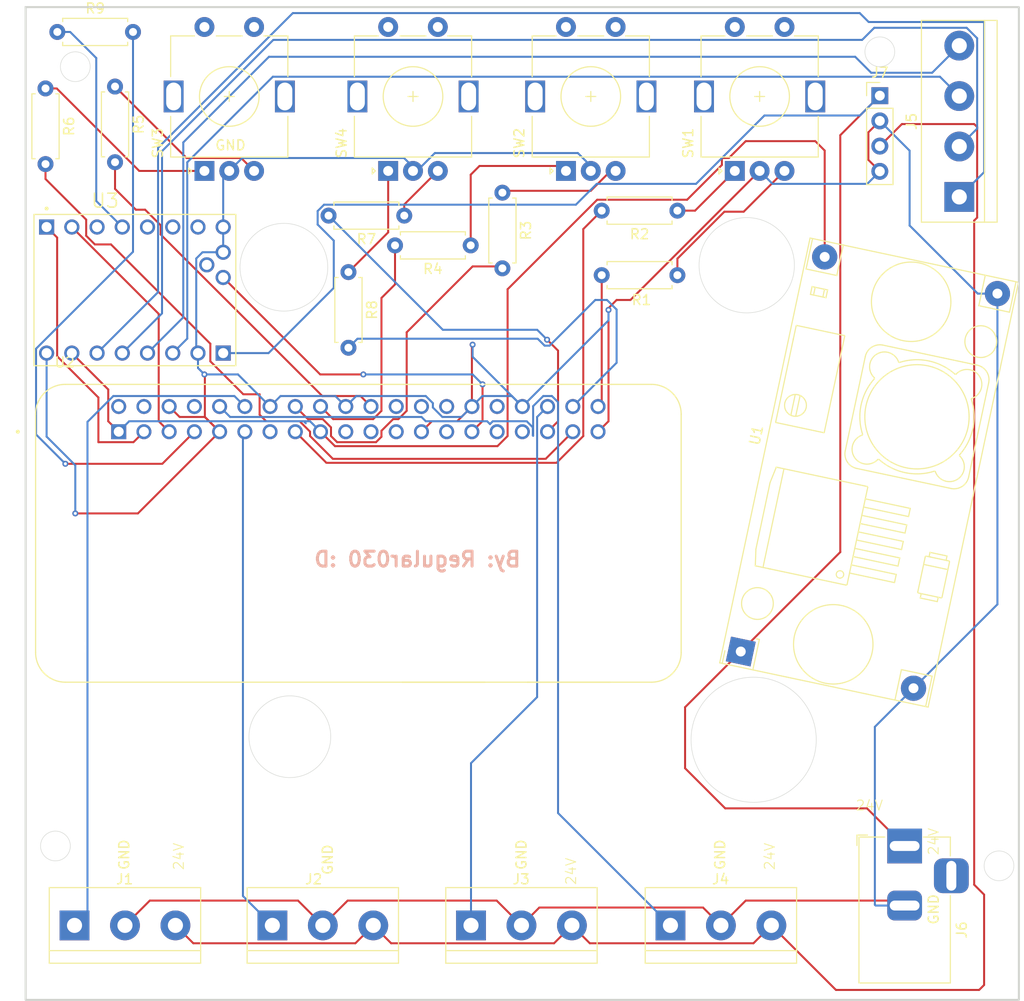
<source format=kicad_pcb>
(kicad_pcb (version 20240108) (generator "pcbnew") (generator_version "8.0")
  (layers (0 "F.Cu" signal) (31 "B.Cu" signal) (34 "B.Paste" user) (35 "F.Paste" user) (36 "B.SilkS" user "B.Silkscreen") (37 "F.SilkS" user "F.Silkscreen") (38 "B.Mask" user) (39 "F.Mask" user) (44 "Edge.Cuts" user))
  (net 0 "")
  (net 1 "Net-(R2-Pad1)")
  (net 2 "GND")
  (net 3 "Net-(R1-Pad1)")
  (net 4 "Net-(R3-Pad1)")
  (net 5 "Net-(R4-Pad1)")
  (net 6 "Net-(R6-Pad1)")
  (net 7 "Net-(R5-Pad1)")
  (net 8 "+24V")
  (net 9 "+3V3")
  (net 10 "SERVO4_SIG")
  (net 11 "SERVO3_SIG")
  (net 12 "SERVO2_SIG")
  (net 13 "SERVO1_SIG")
  (net 14 "DT3")
  (net 15 "CLK2")
  (net 16 "DT1")
  (net 17 "DT2")
  (net 18 "CLK3")
  (net 19 "CLK1")
  (net 20 "B-")
  (net 22 "B+")
  (net 32 "A+")
  (net 33 "A-")
  (net 38 "Net-(R7-Pad1)")
  (net 39 "DT4")
  (net 40 "CLK4")
  (net 41 "Net-(R8-Pad1)")
  (net 42 "+6V")
  (net 43 "STEP")
  (net 44 "DIR")
  (net 45 "UART1")
  (net 50 "Net-(U3-PDN{slash}UART1)")
  (net 51 "DIAG")
  (footprint "TerminalBlock:TerminalBlock_bornier-3_P5.08mm" (layer "F.Cu") (at 214.92 122.5)
    (property "Reference" "J4" (at 5.05 -4.65 0) (layer "F.SilkS"))
    (property "Value" "Screw_Terminal_01x03")
    (pad "1" thru_hole rect (at 0 0) (size 3 3) (drill 1.52) (layers "*.Cu" "*.Mask") (net 13 "SERVO1_SIG"))
    (pad "2" thru_hole circle (at 5.08 0) (size 3 3) (drill 1.52) (layers "*.Cu" "*.Mask") (net 2 "GND"))
    (pad "3" thru_hole circle (at 10.16 0) (size 3 3) (drill 1.52) (layers "*.Cu" "*.Mask") (net 42 "+6V"))
  )
  (footprint "Connector_BarrelJack:BarrelJack_Horizontal" (layer "F.Cu") (at 238.5 114.5 90)
    (property "Reference" "J6" (at -8.45 5.75 90) (layer "F.SilkS"))
    (property "Value" "Barrel_Jack")
    (pad "1" thru_hole rect (at 0 0 90) (size 3.5 3.5) (drill oval 1 3) (layers "*.Cu" "*.Mask") (net 8 "+24V"))
    (pad "2" thru_hole roundrect (at -6 0 90) (size 3 3.5) (drill oval 1 3) (layers "*.Cu" "*.Mask") (net 2 "GND"))
    (pad "3" thru_hole roundrect (at -3 4.7 90) (size 3.5 3.5) (drill oval 3 1) (layers "*.Cu" "*.Mask"))
  )
  (footprint "Resistor_THT:R_Axial_DIN0207_L6.3mm_D2.5mm_P7.62mm_Horizontal" (layer "F.Cu") (at 159 38 -90)
    (property "Reference" "R5" (at 3.81 -2.37 90) (layer "F.SilkS"))
    (property "Value" "10k")
    (pad "1" thru_hole circle (at 0 0 270) (size 1.6 1.6) (drill 0.8) (layers "*.Cu" "*.Mask") (net 7 "Net-(R5-Pad1)"))
    (pad "2" thru_hole oval (at 7.62 0 270) (size 1.6 1.6) (drill 0.8) (layers "*.Cu" "*.Mask") (net 14 "DT3"))
  )
  (footprint "Resistor_THT:R_Axial_DIN0207_L6.3mm_D2.5mm_P7.62mm_Horizontal" (layer "F.Cu") (at 188.12 51 180)
    (property "Reference" "R7" (at 3.81 -2.37 0) (layer "F.SilkS"))
    (property "Value" "10k")
    (pad "1" thru_hole circle (at 0 0 180) (size 1.6 1.6) (drill 0.8) (layers "*.Cu" "*.Mask") (net 38 "Net-(R7-Pad1)"))
    (pad "2" thru_hole oval (at 7.62 0 180) (size 1.6 1.6) (drill 0.8) (layers "*.Cu" "*.Mask") (net 39 "DT4"))
  )
  (footprint "TerminalBlock:TerminalBlock_bornier-3_P5.08mm" (layer "F.Cu") (at 194.84 122.5)
    (property "Reference" "J3" (at 5.05 -4.65 0) (layer "F.SilkS"))
    (property "Value" "Screw_Terminal_01x03")
    (pad "1" thru_hole rect (at 0 0) (size 3 3) (drill 1.52) (layers "*.Cu" "*.Mask") (net 12 "SERVO2_SIG"))
    (pad "2" thru_hole circle (at 5.08 0) (size 3 3) (drill 1.52) (layers "*.Cu" "*.Mask") (net 2 "GND"))
    (pad "3" thru_hole circle (at 10.16 0) (size 3 3) (drill 1.52) (layers "*.Cu" "*.Mask") (net 42 "+6V"))
  )
  (footprint "Files Needed:YAAJ_DCDC_StepDown_LM2596" (layer "F.Cu") (at 222 94.912537 78)
    (property "Reference" "U1" (at 21.64 -3 78) (layer "F.SilkS"))
    (property "Value" "YAAJ_DCDC_StepDown_LM2596")
    (pad "1" thru_hole rect (at 0 0 78) (size 2.54 2.54) (drill 1) (layers "*.Cu" "*.Mask") (net 8 "+24V"))
    (pad "2" thru_hole circle (at 0.000002 17.780001 78) (size 2.54 2.54) (drill 1) (layers "*.Cu" "*.Mask") (net 2 "GND"))
    (pad "3" thru_hole circle (at 40.640001 17.78 78) (size 2.54 2.54) (drill 1) (layers "*.Cu" "*.Mask") (net 2 "GND"))
    (pad "4" thru_hole circle (at 40.639999 0 78) (size 2.54 2.54) (drill 1) (layers "*.Cu" "*.Mask") (net 9 "+3V3"))
  )
  (footprint "Resistor_THT:R_Axial_DIN0207_L6.3mm_D2.5mm_P7.62mm_Horizontal" (layer "F.Cu") (at 152 38.19 -90)
    (property "Reference" "R6" (at 3.81 -2.37 90) (layer "F.SilkS"))
    (property "Value" "10k")
    (pad "1" thru_hole circle (at 0 0 270) (size 1.6 1.6) (drill 0.8) (layers "*.Cu" "*.Mask") (net 6 "Net-(R6-Pad1)"))
    (pad "2" thru_hole oval (at 7.62 0 270) (size 1.6 1.6) (drill 0.8) (layers "*.Cu" "*.Mask") (net 18 "CLK3"))
  )
  (footprint "Resistor_THT:R_Axial_DIN0207_L6.3mm_D2.5mm_P7.62mm_Horizontal" (layer "F.Cu") (at 194.81 54 180)
    (property "Reference" "R4" (at 3.81 -2.37 0) (layer "F.SilkS"))
    (property "Value" "10k")
    (pad "1" thru_hole circle (at 0 0 180) (size 1.6 1.6) (drill 0.8) (layers "*.Cu" "*.Mask") (net 5 "Net-(R4-Pad1)"))
    (pad "2" thru_hole oval (at 7.62 0 180) (size 1.6 1.6) (drill 0.8) (layers "*.Cu" "*.Mask") (net 15 "CLK2"))
  )
  (footprint "Files Needed:MODULE_RASPBERRY_PI_ZERO_2_W" (layer "F.Cu") (at 183.5 83)
    (property "Reference" "U2" (at -29.569 -17.216199 0) (layer "F.SilkS") (effects (font (size 1.00189 1.00189))))
    (property "Value" "RASPBERRY_PI_ZERO_2_W")
    (pad "" np_thru_hole circle (at -29 -11.5) (size 2.75 2.75) (drill 2.75) (layers "*.Cu" "*.Mask"))
    (pad "" np_thru_hole circle (at -29 11.5) (size 2.75 2.75) (drill 2.75) (layers "*.Cu" "*.Mask"))
    (pad "" np_thru_hole circle (at 29 -11.5) (size 2.75 2.75) (drill 2.75) (layers "*.Cu" "*.Mask"))
    (pad "" np_thru_hole circle (at 29 11.5) (size 2.75 2.75) (drill 2.75) (layers "*.Cu" "*.Mask"))
    (pad "1" thru_hole rect (at -24.13 -10.23) (size 1.508 1.508) (drill 1) (layers "*.Cu" "*.Mask") (net 9 "+3V3"))
    (pad "2" thru_hole circle (at -24.13 -12.77) (size 1.508 1.508) (drill 1) (layers "*.Cu" "*.Mask"))
    (pad "3" thru_hole circle (at -21.59 -10.23) (size 1.508 1.508) (drill 1) (layers "*.Cu" "*.Mask") (net 44 "DIR"))
    (pad "4" thru_hole circle (at -21.59 -12.769999) (size 1.508 1.508) (drill 1) (layers "*.Cu" "*.Mask"))
    (pad "5" thru_hole circle (at -19.049999 -10.23) (size 1.508 1.508) (drill 1) (layers "*.Cu" "*.Mask") (net 43 "STEP"))
    (pad "6" thru_hole circle (at -19.05 -12.77) (size 1.508 1.508) (drill 1) (layers "*.Cu" "*.Mask") (net 2 "GND"))
    (pad "7" thru_hole circle (at -16.51 -10.23) (size 1.508 1.508) (drill 1) (layers "*.Cu" "*.Mask") (net 45 "UART1"))
    (pad "8" thru_hole circle (at -16.51 -12.769999) (size 1.508 1.508) (drill 1) (layers "*.Cu" "*.Mask"))
    (pad "9" thru_hole circle (at -13.97 -10.23) (size 1.508 1.508) (drill 1) (layers "*.Cu" "*.Mask") (net 2 "GND"))
    (pad "10" thru_hole circle (at -13.97 -12.77) (size 1.508 1.508) (drill 1) (layers "*.Cu" "*.Mask") (net 13 "SERVO1_SIG"))
    (pad "11" thru_hole circle (at -11.43 -10.23) (size 1.508 1.508) (drill 1) (layers "*.Cu" "*.Mask") (net 11 "SERVO3_SIG"))
    (pad "12" thru_hole circle (at -11.43 -12.769999) (size 1.508 1.508) (drill 1) (layers "*.Cu" "*.Mask") (net 10 "SERVO4_SIG"))
    (pad "13" thru_hole circle (at -8.89 -10.229999) (size 1.508 1.508) (drill 1) (layers "*.Cu" "*.Mask"))
    (pad "14" thru_hole circle (at -8.89 -12.77) (size 1.508 1.508) (drill 1) (layers "*.Cu" "*.Mask") (net 2 "GND"))
    (pad "15" thru_hole circle (at -6.35 -10.23) (size 1.508 1.508) (drill 1) (layers "*.Cu" "*.Mask") (net 19 "CLK1"))
    (pad "16" thru_hole circle (at -6.35 -12.769999) (size 1.508 1.508) (drill 1) (layers "*.Cu" "*.Mask") (net 17 "DT2"))
    (pad "17" thru_hole circle (at -3.81 -10.23) (size 1.508 1.508) (drill 1) (layers "*.Cu" "*.Mask") (net 9 "+3V3"))
    (pad "18" thru_hole circle (at -3.81 -12.77) (size 1.508 1.508) (drill 1) (layers "*.Cu" "*.Mask") (net 15 "CLK2"))
    (pad "19" thru_hole circle (at -1.27 -10.23) (size 1.508 1.508) (drill 1) (layers "*.Cu" "*.Mask"))
    (pad "20" thru_hole circle (at -1.27 -12.77) (size 1.508 1.508) (drill 1) (layers "*.Cu" "*.Mask") (net 2 "GND"))
    (pad "21" thru_hole circle (at 1.27 -10.23) (size 1.508 1.508) (drill 1) (layers "*.Cu" "*.Mask"))
    (pad "22" thru_hole circle (at 1.27 -12.77) (size 1.508 1.508) (drill 1) (layers "*.Cu" "*.Mask") (net 14 "DT3"))
    (pad "23" thru_hole circle (at 3.81 -10.23) (size 1.508 1.508) (drill 1) (layers "*.Cu" "*.Mask"))
    (pad "24" thru_hole circle (at 3.81 -12.77) (size 1.508 1.508) (drill 1) (layers "*.Cu" "*.Mask"))
    (pad "25" thru_hole circle (at 6.35 -10.23) (size 1.508 1.508) (drill 1) (layers "*.Cu" "*.Mask") (net 2 "GND"))
    (pad "26" thru_hole circle (at 6.35 -12.769999) (size 1.508 1.508) (drill 1) (layers "*.Cu" "*.Mask"))
    (pad "27" thru_hole circle (at 8.89 -10.230001) (size 1.508 1.508) (drill 1) (layers "*.Cu" "*.Mask"))
    (pad "28" thru_hole circle (at 8.89 -12.77) (size 1.508 1.508) (drill 1) (layers "*.Cu" "*.Mask"))
    (pad "29" thru_hole circle (at 11.43 -10.23) (size 1.508 1.508) (drill 1) (layers "*.Cu" "*.Mask") (net 51 "DIAG"))
    (pad "30" thru_hole circle (at 11.429999 -12.77) (size 1.508 1.508) (drill 1) (layers "*.Cu" "*.Mask") (net 2 "GND"))
    (pad "31" thru_hole circle (at 13.97 -10.23) (size 1.508 1.508) (drill 1) (layers "*.Cu" "*.Mask"))
    (pad "32" thru_hole circle (at 13.97 -12.77) (size 1.508 1.508) (drill 1) (layers "*.Cu" "*.Mask"))
    (pad "33" thru_hole circle (at 16.51 -10.23) (size 1.508 1.508) (drill 1) (layers "*.Cu" "*.Mask"))
    (pad "34" thru_hole circle (at 16.509999 -12.77) (size 1.508 1.508) (drill 1) (layers "*.Cu" "*.Mask") (net 2 "GND"))
    (pad "35" thru_hole circle (at 19.05 -10.23) (size 1.508 1.508) (drill 1) (layers "*.Cu" "*.Mask") (net 39 "DT4"))
    (pad "36" thru_hole circle (at 19.05 -12.77) (size 1.508 1.508) (drill 1) (layers "*.Cu" "*.Mask") (net 12 "SERVO2_SIG"))
    (pad "37" thru_hole circle (at 21.59 -10.229999) (size 1.508 1.508) (drill 1) (layers "*.Cu" "*.Mask") (net 18 "CLK3"))
    (pad "38" thru_hole circle (at 21.589999 -12.77) (size 1.508 1.508) (drill 1) (layers "*.Cu" "*.Mask") (net 40 "CLK4"))
    (pad "39" thru_hole circle (at 24.13 -10.23) (size 1.508 1.508) (drill 1) (layers "*.Cu" "*.Mask") (net 2 "GND"))
    (pad "40" thru_hole circle (at 24.13 -12.77) (size 1.508 1.508) (drill 1) (layers "*.Cu" "*.Mask") (net 16 "DT1"))
  )
  (footprint "Rotary_Encoder:RotaryEncoder_Alps_EC11E-Switch_Vertical_H20mm" (layer "F.Cu") (at 186.5 46.5 90)
    (property "Reference" "SW4" (at 2.8 -4.7 90) (layer "F.SilkS"))
    (property "Value" "RotaryEncoder")
    (pad "A" thru_hole rect (at 0 0 90) (size 2 2) (drill 1) (layers "*.Cu" "*.Mask") (net 41 "Net-(R8-Pad1)"))
    (pad "B" thru_hole circle (at 0 5 90) (size 2 2) (drill 1) (layers "*.Cu" "*.Mask") (net 38 "Net-(R7-Pad1)"))
    (pad "C" thru_hole circle (at 0 2.5 90) (size 2 2) (drill 1) (layers "*.Cu" "*.Mask") (net 2 "GND"))
    (pad "MP" thru_hole rect (at 7.5 -3.1 90) (size 3.2 2) (drill oval 2.8 1.5) (layers "*.Cu" "*.Mask"))
    (pad "MP" thru_hole rect (at 7.5 8.1 90) (size 3.2 2) (drill oval 2.8 1.5) (layers "*.Cu" "*.Mask"))
    (pad "S1" thru_hole circle (at 14.5 5 90) (size 2 2) (drill 1) (layers "*.Cu" "*.Mask"))
    (pad "S2" thru_hole circle (at 14.5 0 90) (size 2 2) (drill 1) (layers "*.Cu" "*.Mask"))
  )
  (footprint "Rotary_Encoder:RotaryEncoder_Alps_EC11E-Switch_Vertical_H20mm" (layer "F.Cu") (at 221.4 46.5 90)
    (property "Reference" "SW1" (at 2.8 -4.7 90) (layer "F.SilkS"))
    (property "Value" "RotaryEncoder")
    (pad "A" thru_hole rect (at 0 0 90) (size 2 2) (drill 1) (layers "*.Cu" "*.Mask") (net 1 "Net-(R2-Pad1)"))
    (pad "B" thru_hole circle (at 0 5 90) (size 2 2) (drill 1) (layers "*.Cu" "*.Mask") (net 3 "Net-(R1-Pad1)"))
    (pad "C" thru_hole circle (at 0 2.5 90) (size 2 2) (drill 1) (layers "*.Cu" "*.Mask") (net 2 "GND"))
    (pad "MP" thru_hole rect (at 7.5 -3.1 90) (size 3.2 2) (drill oval 2.8 1.5) (layers "*.Cu" "*.Mask"))
    (pad "MP" thru_hole rect (at 7.5 8.1 90) (size 3.2 2) (drill oval 2.8 1.5) (layers "*.Cu" "*.Mask"))
    (pad "S1" thru_hole circle (at 14.5 5 90) (size 2 2) (drill 1) (layers "*.Cu" "*.Mask"))
    (pad "S2" thru_hole circle (at 14.5 0 90) (size 2 2) (drill 1) (layers "*.Cu" "*.Mask"))
  )
  (footprint "Connector_PinHeader_2.54mm:PinHeader_1x04_P2.54mm_Vertical" (layer "F.Cu") (at 236 38.92)
    (property "Reference" "J7" (at 0 -2.33 0) (layer "F.SilkS"))
    (property "Value" "Conn_01x04")
    (pad "1" thru_hole rect (at 0 0) (size 1.7 1.7) (drill 1) (layers "*.Cu" "*.Mask") (net 8 "+24V"))
    (pad "2" thru_hole oval (at 0 2.54) (size 1.7 1.7) (drill 1) (layers "*.Cu" "*.Mask") (net 2 "GND"))
    (pad "3" thru_hole oval (at 0 5.08) (size 1.7 1.7) (drill 1) (layers "*.Cu" "*.Mask") (net 42 "+6V"))
    (pad "4" thru_hole oval (at 0 7.62) (size 1.7 1.7) (drill 1) (layers "*.Cu" "*.Mask") (net 2 "GND"))
  )
  (footprint "Resistor_THT:R_Axial_DIN0207_L6.3mm_D2.5mm_P7.62mm_Horizontal" (layer "F.Cu") (at 215.62 57 180)
    (property "Reference" "R1" (at 3.62 -2.5 0) (layer "F.SilkS"))
    (property "Value" "10k")
    (pad "1" thru_hole circle (at 0 0 180) (size 1.6 1.6) (drill 0.8) (layers "*.Cu" "*.Mask") (net 3 "Net-(R1-Pad1)"))
    (pad "2" thru_hole oval (at 7.62 0 180) (size 1.6 1.6) (drill 0.8) (layers "*.Cu" "*.Mask") (net 16 "DT1"))
  )
  (footprint "TerminalBlock:TerminalBlock_bornier-4_P5.08mm" (layer "F.Cu") (at 244 49.12 90)
    (property "Reference" "J5" (at 7.6 -4.8 90) (layer "F.SilkS"))
    (property "Value" "Screw_Terminal_01x04")
    (pad "1" thru_hole rect (at 0 0 90) (size 3 3) (drill 1.52) (layers "*.Cu" "*.Mask") (net 20 "B-"))
    (pad "2" thru_hole circle (at 5.08 0 90) (size 3 3) (drill 1.52) (layers "*.Cu" "*.Mask") (net 22 "B+"))
    (pad "3" thru_hole circle (at 10.16 0 90) (size 3 3) (drill 1.52) (layers "*.Cu" "*.Mask") (net 33 "A-"))
    (pad "4" thru_hole circle (at 15.24 0 90) (size 3 3) (drill 1.52) (layers "*.Cu" "*.Mask") (net 32 "A+"))
  )
  (footprint "Rotary_Encoder:RotaryEncoder_Alps_EC11E-Switch_Vertical_H20mm" (layer "F.Cu") (at 168 46.5 90)
    (property "Reference" "SW3" (at 2.8 -4.7 90) (layer "F.SilkS"))
    (property "Value" "RotaryEncoder")
    (pad "A" thru_hole rect (at 0 0 90) (size 2 2) (drill 1) (layers "*.Cu" "*.Mask") (net 6 "Net-(R6-Pad1)"))
    (pad "B" thru_hole circle (at 0 5 90) (size 2 2) (drill 1) (layers "*.Cu" "*.Mask") (net 7 "Net-(R5-Pad1)"))
    (pad "C" thru_hole circle (at 0 2.5 90) (size 2 2) (drill 1) (layers "*.Cu" "*.Mask") (net 2 "GND"))
    (pad "MP" thru_hole rect (at 7.5 -3.1 90) (size 3.2 2) (drill oval 2.8 1.5) (layers "*.Cu" "*.Mask"))
    (pad "MP" thru_hole rect (at 7.5 8.1 90) (size 3.2 2) (drill oval 2.8 1.5) (layers "*.Cu" "*.Mask"))
    (pad "S1" thru_hole circle (at 14.5 5 90) (size 2 2) (drill 1) (layers "*.Cu" "*.Mask"))
    (pad "S2" thru_hole circle (at 14.5 0 90) (size 2 2) (drill 1) (layers "*.Cu" "*.Mask"))
  )
  (footprint "Resistor_THT:R_Axial_DIN0207_L6.3mm_D2.5mm_P7.62mm_Horizontal" (layer "F.Cu") (at 153.19 32.5)
    (property "Reference" "R9" (at 3.81 -2.37 360) (layer "F.SilkS"))
    (property "Value" "1k")
    (pad "1" thru_hole circle (at 0 0) (size 1.6 1.6) (drill 0.8) (layers "*.Cu" "*.Mask") (net 50 "Net-(U3-PDN{slash}UART1)"))
    (pad "2" thru_hole oval (at 7.62 0) (size 1.6 1.6) (drill 0.8) (layers "*.Cu" "*.Mask") (net 45 "UART1"))
  )
  (footprint "Resistor_THT:R_Axial_DIN0207_L6.3mm_D2.5mm_P7.62mm_Horizontal" (layer "F.Cu") (at 182.5 56.69 -90)
    (property "Reference" "R8" (at 3.81 -2.37 90) (layer "F.SilkS"))
    (property "Value" "10k")
    (pad "1" thru_hole circle (at 0 0 270) (size 1.6 1.6) (drill 0.8) (layers "*.Cu" "*.Mask") (net 41 "Net-(R8-Pad1)"))
    (pad "2" thru_hole oval (at 7.62 0 270) (size 1.6 1.6) (drill 0.8) (layers "*.Cu" "*.Mask") (net 40 "CLK4"))
  )
  (footprint "Resistor_THT:R_Axial_DIN0207_L6.3mm_D2.5mm_P7.62mm_Horizontal" (layer "F.Cu") (at 198 48.69 -90)
    (property "Reference" "R3" (at 3.81 -2.37 90) (layer "F.SilkS"))
    (property "Value" "10k")
    (pad "1" thru_hole circle (at 0 0 270) (size 1.6 1.6) (drill 0.8) (layers "*.Cu" "*.Mask") (net 4 "Net-(R3-Pad1)"))
    (pad "2" thru_hole oval (at 7.62 0 270) (size 1.6 1.6) (drill 0.8) (layers "*.Cu" "*.Mask") (net 17 "DT2"))
  )
  (footprint "Files Needed:MODULE_TMC2208_SILENTSTEPSTICK" (layer "F.Cu") (at 161 58.5 90)
    (property "Reference" "U3" (at 9 -3 180) (layer "F.SilkS") (effects (font (size 1.4 1.4))))
    (property "Value" "TMC2208_SILENTSTEPSTICK")
    (pad "JP1_1" thru_hole rect (at 6.35 -8.89 90) (size 1.524 1.524) (drill 1.016) (layers "*.Cu" "*.Mask") (net 44 "DIR"))
    (pad "JP1_2" thru_hole circle (at 6.35 -6.35 90) (size 1.524 1.524) (drill 1.016) (layers "*.Cu" "*.Mask") (net 43 "STEP"))
    (pad "JP1_3" thru_hole circle (at 6.35 -3.81 90) (size 1.524 1.524) (drill 1.016) (layers "*.Cu" "*.Mask"))
    (pad "JP1_4" thru_hole circle (at 6.35 -1.27 90) (size 1.524 1.524) (drill 1.016) (layers "*.Cu" "*.Mask") (net 50 "Net-(U3-PDN{slash}UART1)"))
    (pad "JP1_5" thru_hole circle (at 6.35 1.27 90) (size 1.524 1.524) (drill 1.016) (layers "*.Cu" "*.Mask"))
    (pad "JP1_6" thru_hole circle (at 6.35 3.81 90) (size 1.524 1.524) (drill 1.016) (layers "*.Cu" "*.Mask"))
    (pad "JP1_7" thru_hole circle (at 6.35 6.35 90) (size 1.524 1.524) (drill 1.016) (layers "*.Cu" "*.Mask"))
    (pad "JP1_8" thru_hole circle (at 6.35 8.89 90) (size 1.524 1.524) (drill 1.016) (layers "*.Cu" "*.Mask") (net 2 "GND"))
    (pad "JP2_1" thru_hole rect (at -6.35 8.89 90) (size 1.524 1.524) (drill 1.016) (layers "*.Cu" "*.Mask") (net 8 "+24V"))
    (pad "JP2_2" thru_hole circle (at -6.35 6.35 90) (size 1.524 1.524) (drill 1.016) (layers "*.Cu" "*.Mask") (net 2 "GND"))
    (pad "JP2_3" thru_hole circle (at -6.35 3.81 90) (size 1.524 1.524) (drill 1.016) (layers "*.Cu" "*.Mask") (net 33 "A-"))
    (pad "JP2_4" thru_hole circle (at -6.35 1.27 90) (size 1.524 1.524) (drill 1.016) (layers "*.Cu" "*.Mask") (net 32 "A+"))
    (pad "JP2_5" thru_hole circle (at -6.35 -1.27 90) (size 1.524 1.524) (drill 1.016) (layers "*.Cu" "*.Mask") (net 22 "B+"))
    (pad "JP2_6" thru_hole circle (at -6.35 -3.81 90) (size 1.524 1.524) (drill 1.016) (layers "*.Cu" "*.Mask") (net 20 "B-"))
    (pad "JP2_7" thru_hole circle (at -6.35 -6.35 90) (size 1.524 1.524) (drill 1.016) (layers "*.Cu" "*.Mask") (net 9 "+3V3"))
    (pad "JP2_8" thru_hole circle (at -6.35 -8.89 90) (size 1.524 1.524) (drill 1.016) (layers "*.Cu" "*.Mask") (net 2 "GND"))
    (pad "JP3_1" thru_hole circle (at 1.27 8.89 90) (size 1.524 1.524) (drill 1.016) (layers "*.Cu" "*.Mask") (net 51 "DIAG"))
    (pad "JP3_2" thru_hole circle (at 3.81 8.89 90) (size 1.524 1.524) (drill 1.016) (layers "*.Cu" "*.Mask") (net 2 "GND"))
    (pad "VREF" thru_hole circle (at 2.54 7.239 90) (size 1.524 1.524) (drill 1.016) (layers "*.Cu" "*.Mask"))
  )
  (footprint "Rotary_Encoder:RotaryEncoder_Alps_EC11E-Switch_Vertical_H20mm" (layer "F.Cu") (at 204.4 46.5 90)
    (property "Reference" "SW2" (at 2.8 -4.7 90) (layer "F.SilkS"))
    (property "Value" "RotaryEncoder")
    (pad "A" thru_hole rect (at 0 0 90) (size 2 2) (drill 1) (layers "*.Cu" "*.Mask") (net 5 "Net-(R4-Pad1)"))
    (pad "B" thru_hole circle (at 0 5 90) (size 2 2) (drill 1) (layers "*.Cu" "*.Mask") (net 4 "Net-(R3-Pad1)"))
    (pad "C" thru_hole circle (at 0 2.5 90) (size 2 2) (drill 1) (layers "*.Cu" "*.Mask") (net 2 "GND"))
    (pad "MP" thru_hole rect (at 7.5 -3.1 90) (size 3.2 2) (drill oval 2.8 1.5) (layers "*.Cu" "*.Mask"))
    (pad "MP" thru_hole rect (at 7.5 8.1 90) (size 3.2 2) (drill oval 2.8 1.5) (layers "*.Cu" "*.Mask"))
    (pad "S1" thru_hole circle (at 14.5 5 90) (size 2 2) (drill 1) (layers "*.Cu" "*.Mask"))
    (pad "S2" thru_hole circle (at 14.5 0 90) (size 2 2) (drill 1) (layers "*.Cu" "*.Mask"))
  )
  (footprint "TerminalBlock:TerminalBlock_bornier-3_P5.08mm" (layer "F.Cu") (at 174.84 122.5)
    (property "Reference" "J2" (at 4.16 -4.65 0) (layer "F.SilkS"))
    (property "Value" "Screw_Terminal_01x03")
    (pad "1" thru_hole rect (at 0 0) (size 3 3) (drill 1.52) (layers "*.Cu" "*.Mask") (net 11 "SERVO3_SIG"))
    (pad "2" thru_hole circle (at 5.08 0) (size 3 3) (drill 1.52) (layers "*.Cu" "*.Mask") (net 2 "GND"))
    (pad "3" thru_hole circle (at 10.16 0) (size 3 3) (drill 1.52) (layers "*.Cu" "*.Mask") (net 42 "+6V"))
  )
  (footprint "TerminalBlock:TerminalBlock_bornier-3_P5.08mm" (layer "F.Cu") (at 154.92 122.5)
    (property "Reference" "J1" (at 5.05 -4.65 0) (layer "F.SilkS"))
    (property "Value" "Screw_Terminal_01x03")
    (pad "1" thru_hole rect (at 0 0) (size 3 3) (drill 1.52) (layers "*.Cu" "*.Mask") (net 10 "SERVO4_SIG"))
    (pad "2" thru_hole circle (at 5.08 0) (size 3 3) (drill 1.52) (layers "*.Cu" "*.Mask") (net 2 "GND"))
    (pad "3" thru_hole circle (at 10.16 0) (size 3 3) (drill 1.52) (layers "*.Cu" "*.Mask") (net 42 "+6V"))
  )
  (footprint "Resistor_THT:R_Axial_DIN0207_L6.3mm_D2.5mm_P7.62mm_Horizontal" (layer "F.Cu") (at 215.62 50.5 180)
    (property "Reference" "R2" (at 3.81 -2.37 0) (layer "F.SilkS"))
    (property "Value" "10k")
    (pad "1" thru_hole circle (at 0 0 180) (size 1.6 1.6) (drill 0.8) (layers "*.Cu" "*.Mask") (net 1 "Net-(R2-Pad1)"))
    (pad "2" thru_hole oval (at 7.62 0 180) (size 1.6 1.6) (drill 0.8) (layers "*.Cu" "*.Mask") (net 19 "CLK1"))
  )
  (gr_circle (center 222.6 56) (end 227.4 56) (stroke (width 0.05)) (fill none) (layer "Edge.Cuts"))
  (gr_circle (center 176.6 103.493556) (end 176.306444 107.6) (stroke (width 0.05)) (fill none) (layer "Edge.Cuts"))
  (gr_circle (center 153 114.5) (end 153 116) (stroke (width 0.05)) (fill none) (layer "Edge.Cuts"))
  (gr_circle (center 155 36) (end 155 37.5) (stroke (width 0.05)) (fill none) (layer "Edge.Cuts"))
  (gr_circle (center 223.296827 103.8) (end 229.596827 104) (stroke (width 0.05)) (fill none) (layer "Edge.Cuts"))
  (gr_circle (center 248 116.5) (end 248 118) (stroke (width 0.05)) (fill none) (layer "Edge.Cuts"))
  (gr_circle (center 176 56.2) (end 180.4 56.605551) (stroke (width 0.05)) (fill none) (layer "Edge.Cuts"))
  (gr_rect (start 150 30) (end 250 130) (stroke (width 0.2)) (fill none) (layer "Edge.Cuts"))
  (gr_circle (center 236 34.5) (end 234.5 34.5) (stroke (width 0.05)) (fill none) (layer "Edge.Cuts"))
  (gr_text "By: Regular030 :D" (at 200 86.5 0) (layer "B.SilkS") (effects (font (size 1.5 1.5) (thickness 0.3) (bold yes)) (justify left bottom mirror)))
  (gr_text "24V" (at 205.5 118.5 90) (layer "F.SilkS") (effects (font (size 1 1) (thickness 0.1)) (justify left bottom)))
  (gr_text "GND" (at 200.5 117 90) (layer "F.SilkS") (effects (font (size 1 1)) (justify left bottom)))
  (gr_text "GND" (at 160.5 117 90) (layer "F.SilkS") (effects (font (size 1 1)) (justify left bottom)))
  (gr_text "24V" (at 233.5 111 0) (layer "F.SilkS") (effects (font (size 1 1) (thickness 0.1)) (justify left bottom)))
  (gr_text "GND" (at 242 122.5 90) (layer "F.SilkS") (effects (font (size 1 1)) (justify left bottom)))
  (gr_text "24V" (at 225.5 117 90) (layer "F.SilkS") (effects (font (size 1 1) (thickness 0.1)) (justify left bottom)))
  (gr_text "GND" (at 220.5 117 90) (layer "F.SilkS") (effects (font (size 1 1)) (justify left bottom)))
  (gr_text "24V" (at 242 115.5 90) (layer "F.SilkS") (effects (font (size 1 1) (thickness 0.1)) (justify left bottom)))
  (gr_text "GND" (at 169 44.5 0) (layer "F.SilkS") (effects (font (size 1 1)) (justify left bottom)))
  (gr_text "GND" (at 181 117.5 90) (layer "F.SilkS") (effects (font (size 1 1)) (justify left bottom)))
  (gr_text "24V" (at 166 117 90) (layer "F.SilkS") (effects (font (size 1 1) (thickness 0.1)) (justify left bottom)))
  (segment (start 217.4 50.5) (end 221.4 46.5) (width 0.2) (layer "F.Cu") (net 1))
  (segment (start 215.62 50.5) (end 217.4 50.5) (width 0.2) (layer "F.Cu") (net 1))
  (segment (start 199.92 122.5) (end 197.42 120) (width 0.2) (layer "F.Cu") (net 2))
  (segment (start 179.92 122.5) (end 177.42 120) (width 0.2) (layer "F.Cu") (net 2))
  (segment (start 234.85 45.39) (end 234.85 42.61) (width 0.2) (layer "F.Cu") (net 2))
  (segment (start 234.85 42.61) (end 236 41.46) (width 0.2) (layer "F.Cu") (net 2))
  (segment (start 162.5 120) (end 160 122.5) (width 0.2) (layer "F.Cu") (net 2))
  (segment (start 177.42 120) (end 162.5 120) (width 0.2) (layer "F.Cu") (net 2))
  (segment (start 169.53 72.77) (end 168.044 71.284) (width 0.2) (layer "F.Cu") (net 2))
  (segment (start 210.89054 59.5) (end 209.5 59.5) (width 0.2) (layer "F.Cu") (net 2))
  (segment (start 193.444 71.715999) (end 194.929999 70.23) (width 0.2) (layer "F.Cu") (net 2))
  (segment (start 209.5 59.5) (end 208.684 60.316) (width 0.2) (layer "F.Cu") (net 2))
  (segment (start 201.72 120.7) (end 218.2 120.7) (width 0.2) (layer "F.Cu") (net 2))
  (segment (start 237 120) (end 222.5 120) (width 0.2) (layer "F.Cu") (net 2))
  (segment (start 218.2 120.7) (end 220 122.5) (width 0.2) (layer "F.Cu") (net 2))
  (segment (start 194.929999 70.23) (end 194.929999 64.070001) (width 0.2) (layer "F.Cu") (net 2))
  (segment (start 164.45 70.23) (end 165.504001 71.284001) (width 0.2) (layer "F.Cu") (net 2))
  (segment (start 223.89054 46.5) (end 210.89054 59.5) (width 0.2) (layer "F.Cu") (net 2))
  (segment (start 161.3 81) (end 169.53 72.77) (width 0.2) (layer "F.Cu") (net 2))
  (segment (start 222.5 120) (end 220 122.5) (width 0.2) (layer "F.Cu") (net 2))
  (segment (start 199.92 122.5) (end 201.72 120.7) (width 0.2) (layer "F.Cu") (net 2))
  (segment (start 208.684 60.5) (end 208.684 71.716) (width 0.2) (layer "F.Cu") (net 2))
  (segment (start 194.929999 64.070001) (end 195 64) (width 0.2) (layer "F.Cu") (net 2))
  (segment (start 236 46.54) (end 234.85 45.39) (width 0.2) (layer "F.Cu") (net 2))
  (segment (start 155 81) (end 161.3 81) (width 0.2) (layer "F.Cu") (net 2))
  (segment (start 208.684 60.316) (end 208.684 60.5) (width 0.2) (layer "F.Cu") (net 2))
  (segment (start 182.21 120.21) (end 179.92 122.5) (width 0.2) (layer "F.Cu") (net 2))
  (segment (start 237.42 120.42) (end 237 120) (width 0.2) (layer "F.Cu") (net 2))
  (segment (start 189.85 72.77) (end 190.904001 71.715999) (width 0.2) (layer "F.Cu") (net 2))
  (segment (start 223.9 46.5) (end 223.89054 46.5) (width 0.2) (layer "F.Cu") (net 2))
  (segment (start 208.684 71.716) (end 207.63 72.77) (width 0.2) (layer "F.Cu") (net 2))
  (segment (start 165.504001 71.284001) (end 168.044001 71.284001) (width 0.2) (layer "F.Cu") (net 2))
  (segment (start 168.044001 71.284001) (end 169.53 72.77) (width 0.2) (layer "F.Cu") (net 2))
  (segment (start 182.42 120) (end 182.21 120.21) (width 0.2) (layer "F.Cu") (net 2))
  (segment (start 197.42 120) (end 182.42 120) (width 0.2) (layer "F.Cu") (net 2))
  (segment (start 190.904001 71.715999) (end 193.444 71.715999) (width 0.2) (layer "F.Cu") (net 2))
  (segment (start 168.044 67.044) (end 168 67) (width 0.2) (layer "F.Cu") (net 2))
  (segment (start 168.044 71.284) (end 168.044 67.044) (width 0.2) (layer "F.Cu") (net 2))
  (via (at 208.684 60.5) (size 0.6) (drill 0.3) (layers "F.Cu" "B.Cu") (net 2))
  (via (at 168 67) (size 0.6) (drill 0.3) (layers "F.Cu" "B.Cu") (net 2))
  (via (at 195 64) (size 0.6) (drill 0.3) (layers "F.Cu" "B.Cu") (net 2))
  (via (at 155 81) (size 0.6) (drill 0.3) (layers "F.Cu" "B.Cu") (net 2))
  (segment (start 167.35 64.85) (end 167.177 64.677) (width 0.2) (layer "B.Cu") (net 2))
  (segment (start 182.23 70.23) (end 183.284 69.176) (width 0.2) (layer "B.Cu") (net 2))
  (segment (start 191 70.330582) (end 191.953418 71.284) (width 0.2) (layer "B.Cu") (net 2))
  (segment (start 194.929999 70.23) (end 195.983999 69.176) (width 0.2) (layer "B.Cu") (net 2))
  (segment (start 239.391466 98.609205) (end 235.5 102.500671) (width 0.2) (layer "B.Cu") (net 2))
  (segment (start 208.684 60.5) (end 208.684 61.555999) (width 0.2) (layer "B.Cu") (net 2))
  (segment (start 152.11 64.85) (end 152.11 73.261471) (width 0.2) (layer "B.Cu") (net 2))
  (segment (start 152.11 73.261471) (end 155 76.151471) (width 0.2) (layer "B.Cu") (net 2))
  (segment (start 195 65.220001) (end 200.009999 70.23) (width 0.2) (layer "B.Cu") (net 2))
  (segment (start 205.6 44.7) (end 206.9 46) (width 0.2) (layer "B.Cu") (net 2))
  (segment (start 191 69.889419) (end 191 70.330582) (width 0.2) (layer "B.Cu") (net 2))
  (segment (start 235.5 120.42) (end 235.58 120.5) (width 0.2) (layer "B.Cu") (net 2))
  (segment (start 239.391466 98.609205) (end 247.840996 90.159675) (width 0.2) (layer "B.Cu") (net 2))
  (segment (start 208.684 61.555999) (end 200.009999 70.23) (width 0.2) (layer "B.Cu") (net 2))
  (segment (start 225.2 47.8) (end 223.9 46.5) (width 0.2) (layer "B.Cu") (net 2))
  (segment (start 155 76.151471) (end 155 81) (width 0.2) (layer "B.Cu") (net 2))
  (segment (start 189.4 46.5) (end 191.2 44.7) (width 0.2) (layer "B.Cu") (net 2))
  (segment (start 171.8 45.2) (end 188.1 45.2) (width 0.2) (layer "B.Cu") (net 2))
  (segment (start 167.177 55.323) (end 167.81 54.69) (width 0.2) (layer "B.Cu") (net 2))
  (segment (start 175.664 69.176) (end 181.176 69.176) (width 0.2) (layer "B.Cu") (net 2))
  (segment (start 247.840996 90.159675) (end 247.840996 58.857287) (width 0.2) (layer "B.Cu") (net 2))
  (segment (start 169.89 47.11) (end 170.5 46.5) (width 0.2) (layer "B.Cu") (net 2))
  (segment (start 235.5 102.500671) (end 235.5 120.42) (width 0.2) (layer "B.Cu") (net 2))
  (segment (start 167.177 64.677) (end 167.177 55.323) (width 0.2) (layer "B.Cu") (net 2))
  (segment (start 169.89 52.15) (end 169.89 47.11) (width 0.2) (layer "B.Cu") (net 2))
  (segment (start 170.5 46.5) (end 171.8 45.2) (width 0.2) (layer "B.Cu") (net 2))
  (segment (start 171.38 67) (end 174.61 70.23) (width 0.2) (layer "B.Cu") (net 2))
  (segment (start 247.840996 58.857287) (end 245.857287 58.857287) (width 0.2) (layer "B.Cu") (net 2))
  (segment (start 167.35 66.35) (end 168 67) (width 0.2) (layer "B.Cu") (net 2))
  (segment (start 191.2 44.7) (end 205.6 44.7) (width 0.2) (layer "B.Cu") (net 2))
  (segment (start 239 44.46) (end 236 41.46) (width 0.2) (layer "B.Cu") (net 2))
  (segment (start 195.983999 69.176) (end 198.955999 69.176) (width 0.2) (layer "B.Cu") (net 2))
  (segment (start 191.953418 71.284) (end 193.875999 71.284) (width 0.2) (layer "B.Cu") (net 2))
  (segment (start 167.81 54.69) (end 169.89 54.69) (width 0.2) (layer "B.Cu") (net 2))
  (segment (start 183.284 69.176) (end 190.286581 69.176) (width 0.2) (layer "B.Cu") (net 2))
  (segment (start 195 64) (end 195 65.220001) (width 0.2) (layer "B.Cu") (net 2))
  (segment (start 238.5 120.5) (end 235.58 120.5) (width 0.2) (layer "B.Cu") (net 2))
  (segment (start 190.286581 69.176) (end 191 69.889419) (width 0.2) (layer "B.Cu") (net 2))
  (segment (start 234.74 47.8) (end 225.2 47.8) (width 0.2) (layer "B.Cu") (net 2))
  (segment (start 169.89 54.69) (end 169.89 52.15) (width 0.2) (layer "B.Cu") (net 2))
  (segment (start 193.875999 71.284) (end 194.929999 70.23) (width 0.2) (layer "B.Cu") (net 2))
  (segment (start 239 52) (end 239 44.46) (width 0.2) (layer "B.Cu") (net 2))
  (segment (start 181.176 69.176) (end 182.23 70.23) (width 0.2) (layer "B.Cu") (net 2))
  (segment (start 174.61 70.23) (end 175.664 69.176) (width 0.2) (layer "B.Cu") (net 2))
  (segment (start 168 67) (end 171.38 67) (width 0.2) (layer "B.Cu") (net 2))
  (segment (start 245.857287 58.857287) (end 239 52) (width 0.2) (layer "B.Cu") (net 2))
  (segment (start 198.955999 69.176) (end 200.009999 70.23) (width 0.2) (layer "B.Cu") (net 2))
  (segment (start 167.35 64.85) (end 167.35 66.35) (width 0.2) (layer "B.Cu") (net 2))
  (segment (start 236 46.54) (end 234.74 47.8) (width 0.2) (layer "B.Cu") (net 2))
  (segment (start 188.1 45.2) (end 189.4 46.5) (width 0.2) (layer "B.Cu") (net 2))
  (segment (start 215.62 55.336226) (end 215.62 57) (width 0.2) (layer "F.Cu") (net 3))
  (segment (start 220.350448 50.605778) (end 215.62 55.336226) (width 0.2) (layer "F.Cu") (net 3))
  (segment (start 222.294222 50.605778) (end 220.350448 50.605778) (width 0.2) (layer "F.Cu") (net 3))
  (segment (start 226.4 46.5) (end 222.294222 50.605778) (width 0.2) (layer "F.Cu") (net 3))
  (segment (start 206.9 48.5) (end 209.4 46) (width 0.2) (layer "F.Cu") (net 4))
  (segment (start 197.5 48.5) (end 206.9 48.5) (width 0.2) (layer "F.Cu") (net 4))
  (segment (start 204.4 46) (end 195.69 46) (width 0.2) (layer "F.Cu") (net 5))
  (segment (start 194.81 54) (end 194.81 46.88) (width 0.2) (layer "F.Cu") (net 5))
  (segment (start 194.81 46.88) (end 195.69 46) (width 0.2) (layer "F.Cu") (net 5))
  (segment (start 153.125635 38.19) (end 152 38.19) (width 0.2) (layer "F.Cu") (net 6))
  (segment (start 161.435635 46.5) (end 153.125635 38.19) (width 0.2) (layer "F.Cu") (net 6))
  (segment (start 168 46.5) (end 168 47) (width 0.2) (layer "F.Cu") (net 6))
  (segment (start 168 46.5) (end 161.435635 46.5) (width 0.2) (layer "F.Cu") (net 6))
  (segment (start 171.7 45.2) (end 173 46.5) (width 0.2) (layer "F.Cu") (net 7))
  (segment (start 166.2 45.2) (end 171.7 45.2) (width 0.2) (layer "F.Cu") (net 7))
  (segment (start 159 38) (end 166.2 45.2) (width 0.2) (layer "F.Cu") (net 7))
  (segment (start 234.71066 110.71066) (end 238.730916 114.730916) (width 0.2) (layer "F.Cu") (net 8))
  (segment (start 216.393575 106.668263) (end 220.435972 110.71066) (width 0.2) (layer "F.Cu") (net 8))
  (segment (start 232.019531 84.893006) (end 232.019531 42.900469) (width 0.2) (layer "F.Cu") (net 8))
  (segment (start 222 94.912537) (end 216.393575 100.518962) (width 0.2) (layer "F.Cu") (net 8))
  (segment (start 216.393575 100.518962) (end 216.393575 106.668263) (width 0.2) (layer "F.Cu") (net 8))
  (segment (start 220.435972 110.71066) (end 234.71066 110.71066) (width 0.2) (layer "F.Cu") (net 8))
  (segment (start 232.019531 42.900469) (end 236 38.92) (width 0.2) (layer "F.Cu") (net 8))
  (segment (start 222 94.912537) (end 232.019531 84.893006) (width 0.2) (layer "F.Cu") (net 8))
  (segment (start 205.4 49.9) (end 207.5 47.8) (width 0.2) (layer "B.Cu") (net 8))
  (segment (start 217.5 47.8) (end 224.383173 40.916827) (width 0.2) (layer "B.Cu") (net 8))
  (segment (start 207.5 47.8) (end 217.5 47.8) (width 0.2) (layer "B.Cu") (net 8))
  (segment (start 234.003173 40.916827) (end 236 38.92) (width 0.2) (layer "B.Cu") (net 8))
  (segment (start 179.4 51.9) (end 179.4 50.544365) (width 0.2) (layer "B.Cu") (net 8))
  (segment (start 224.383173 40.916827) (end 234.003173 40.916827) (width 0.2) (layer "B.Cu") (net 8))
  (segment (start 181.021896 53.521896) (end 179.4 51.9) (width 0.2) (layer "B.Cu") (net 8))
  (segment (start 179.4 50.544365) (end 180.044365 49.9) (width 0.2) (layer "B.Cu") (net 8))
  (segment (start 180.044365 49.9) (end 205.4 49.9) (width 0.2) (layer "B.Cu") (net 8))
  (segment (start 181.021896 58.285637) (end 181.021896 53.521896) (width 0.2) (layer "B.Cu") (net 8))
  (segment (start 169.89 64.85) (end 174.457533 64.85) (width 0.2) (layer "B.Cu") (net 8))
  (segment (start 174.457533 64.85) (end 181.021896 58.285637) (width 0.2) (layer "B.Cu") (net 8))
  (segment (start 197.506582 74.224) (end 198.524 73.206582) (width 0.2) (layer "F.Cu") (net 9))
  (segment (start 158.316 68.516) (end 158.316 71.716) (width 0.2) (layer "F.Cu") (net 9))
  (segment (start 220.1 45.2) (end 220.8 45.2) (width 0.2) (layer "F.Cu") (net 9))
  (segment (start 158.316 71.716) (end 159.37 72.77) (width 0.2) (layer "F.Cu") (net 9))
  (segment (start 220.8 45.2) (end 222.5 43.5) (width 0.2) (layer "F.Cu") (net 9))
  (segment (start 229.5 43.5) (end 230.449531 44.449531) (width 0.2) (layer "F.Cu") (net 9))
  (segment (start 179.69 72.77) (end 181.144 74.224) (width 0.2) (layer "F.Cu") (net 9))
  (segment (start 198.524 58.420365) (end 207.544365 49.4) (width 0.2) (layer "F.Cu") (net 9))
  (segment (start 216.6 49.4) (end 220.1 45.9) (width 0.2) (layer "F.Cu") (net 9))
  (segment (start 222.5 43.5) (end 229.5 43.5) (width 0.2) (layer "F.Cu") (net 9))
  (segment (start 220.1 45.9) (end 220.1 45.2) (width 0.2) (layer "F.Cu") (net 9))
  (segment (start 198.524 73.206582) (end 198.524 58.420365) (width 0.2) (layer "F.Cu") (net 9))
  (segment (start 230.449531 44.449531) (end 230.449531 55.160618) (width 0.2) (layer "F.Cu") (net 9))
  (segment (start 207.544365 49.4) (end 216.6 49.4) (width 0.2) (layer "F.Cu") (net 9))
  (segment (start 181.144 74.224) (end 197.506582 74.224) (width 0.2) (layer "F.Cu") (net 9))
  (segment (start 154.65 64.85) (end 158.316 68.516) (width 0.2) (layer "F.Cu") (net 9))
  (segment (start 159.37 72.77) (end 160.424 71.716) (width 0.2) (layer "B.Cu") (net 9))
  (segment (start 178 71.716) (end 178.636 71.716) (width 0.2) (layer "B.Cu") (net 9))
  (segment (start 160.424 71.716) (end 178 71.716) (width 0.2) (layer "B.Cu") (net 9))
  (segment (start 178.636 71.716) (end 179.69 72.77) (width 0.2) (layer "B.Cu") (net 9))
  (segment (start 178.204 71.92) (end 178 71.716) (width 0.2) (layer "B.Cu") (net 9))
  (segment (start 156.225 71.775) (end 156.225 121.195) (width 0.2) (layer "B.Cu") (net 10))
  (segment (start 158.824 69.176) (end 156.225 71.775) (width 0.2) (layer "B.Cu") (net 10))
  (segment (start 172.07 70.230001) (end 171.015999 69.176) (width 0.2) (layer "B.Cu") (net 10))
  (segment (start 156.225 121.195) (end 154.92 122.5) (width 0.2) (layer "B.Cu") (net 10))
  (segment (start 171.015999 69.176) (end 158.824 69.176) (width 0.2) (layer "B.Cu") (net 10))
  (segment (start 171.876036 72.963964) (end 172.07 72.77) (width 0.2) (layer "B.Cu") (net 11))
  (segment (start 174.84 122.5) (end 171.876036 119.536036) (width 0.2) (layer "B.Cu") (net 11))
  (segment (start 171.876036 119.536036) (end 171.876036 72.963964) (width 0.2) (layer "B.Cu") (net 11))
  (segment (start 201.496 71.284) (end 201.496 99.5) (width 0.2) (layer "B.Cu") (net 12))
  (segment (start 194.84 106.156) (end 194.84 122.5) (width 0.2) (layer "B.Cu") (net 12))
  (segment (start 202.55 70.23) (end 201.496 71.284) (width 0.2) (layer "B.Cu") (net 12))
  (segment (start 201.496 99.5) (end 194.84 106.156) (width 0.2) (layer "B.Cu") (net 12))
  (segment (start 202.113418 69.176) (end 202.986582 69.176) (width 0.2) (layer "B.Cu") (net 13))
  (segment (start 170.584001 71.284001) (end 189.854583 71.284001) (width 0.2) (layer "B.Cu") (net 13))
  (segment (start 169.53 70.23) (end 170.584001 71.284001) (width 0.2) (layer "B.Cu") (net 13))
  (segment (start 202.986582 69.176) (end 203.604 69.793418) (width 0.2) (layer "B.Cu") (net 13))
  (segment (start 201.096 70.193418) (end 202.113418 69.176) (width 0.2) (layer "B.Cu") (net 13))
  (segment (start 196.465417 71.715999) (end 196.749418 72) (width 0.2) (layer "B.Cu") (net 13))
  (segment (start 196.749418 72) (end 197.033418 71.716) (width 0.2) (layer "B.Cu") (net 13))
  (segment (start 200.446582 71.716) (end 201.064 72.333418) (width 0.2) (layer "B.Cu") (net 13))
  (segment (start 189.854583 71.284001) (end 190.286581 71.715999) (width 0.2) (layer "B.Cu") (net 13))
  (segment (start 201.096 73.174582) (end 201.096 70.193418) (width 0.2) (layer "B.Cu") (net 13))
  (segment (start 201.064 73.142582) (end 201.096 73.174582) (width 0.2) (layer "B.Cu") (net 13))
  (segment (start 203.604 69.793418) (end 203.604 111.184) (width 0.2) (layer "B.Cu") (net 13))
  (segment (start 197.033418 71.716) (end 200.446582 71.716) (width 0.2) (layer "B.Cu") (net 13))
  (segment (start 201.064 72.333418) (end 201.064 73.142582) (width 0.2) (layer "B.Cu") (net 13))
  (segment (start 203.604 111.184) (end 214.92 122.5) (width 0.2) (layer "B.Cu") (net 13))
  (segment (start 190.286581 71.715999) (end 196.465417 71.715999) (width 0.2) (layer "B.Cu") (net 13))
  (segment (start 163.595 52.905) (end 179.866 69.176) (width 0.2) (layer "F.Cu") (net 14))
  (segment (start 159 45.62) (end 159 48.31) (width 0.2) (layer "F.Cu") (net 14))
  (segment (start 179.866 69.176) (end 183.716 69.176) (width 0.2) (layer "F.Cu") (net 14))
  (segment (start 159 48.31) (end 161.095 50.405) (width 0.2) (layer "F.Cu") (net 14))
  (segment (start 162.026895 50.405) (end 163.595 51.973105) (width 0.2) (layer "F.Cu") (net 14))
  (segment (start 163.595 51.973105) (end 163.595 52.905) (width 0.2) (layer "F.Cu") (net 14))
  (segment (start 183.716 69.176) (end 184.77 70.23) (width 0.2) (layer "F.Cu") (net 14))
  (segment (start 161.095 50.405) (end 162.026895 50.405) (width 0.2) (layer "F.Cu") (net 14))
  (segment (start 184.990582 71.5) (end 185.824 70.666582) (width 0.2) (layer "F.Cu") (net 15))
  (segment (start 185.824 70.666582) (end 185.824 59.296) (width 0.2) (layer "F.Cu") (net 15))
  (segment (start 185.824 59.296) (end 187.19 57.93) (width 0.2) (layer "F.Cu") (net 15))
  (segment (start 180.96 71.5) (end 184.990582 71.5) (width 0.2) (layer "F.Cu") (net 15))
  (segment (start 179.69 70.23) (end 180.96 71.5) (width 0.2) (layer "F.Cu") (net 15))
  (segment (start 187.19 57.93) (end 187.19 54) (width 0.2) (layer "F.Cu") (net 15))
  (segment (start 208 69.86) (end 207.63 70.23) (width 0.2) (layer "F.Cu") (net 16))
  (segment (start 208 57) (end 208 69.86) (width 0.2) (layer "F.Cu") (net 16))
  (segment (start 180.744 73.206582) (end 181.361418 73.824) (width 0.2) (layer "F.Cu") (net 17))
  (segment (start 177.15 70.230001) (end 178.419999 71.5) (width 0.2) (layer "F.Cu") (net 17))
  (segment (start 181.361418 73.824) (end 185.276 73.824) (width 0.2) (layer "F.Cu") (net 17))
  (segment (start 178.419999 71.5) (end 179.910582 71.5) (width 0.2) (layer "F.Cu") (net 17))
  (segment (start 195 56.12) (end 197.5 56.12) (width 0.2) (layer "F.Cu") (net 17))
  (segment (start 185.276 73.824) (end 185.824 73.276) (width 0.2) (layer "F.Cu") (net 17))
  (segment (start 188.364 70.666582) (end 188.364 62.756) (width 0.2) (layer "F.Cu") (net 17))
  (segment (start 185.824 72.676) (end 187 71.5) (width 0.2) (layer "F.Cu") (net 17))
  (segment (start 179.910582 71.5) (end 180.744 72.333418) (width 0.2) (layer "F.Cu") (net 17))
  (segment (start 187 71.5) (end 187.530582 71.5) (width 0.2) (layer "F.Cu") (net 17))
  (segment (start 187.530582 71.5) (end 188.364 70.666582) (width 0.2) (layer "F.Cu") (net 17))
  (segment (start 188.364 62.756) (end 195 56.12) (width 0.2) (layer "F.Cu") (net 17))
  (segment (start 185.824 73.276) (end 185.824 72.676) (width 0.2) (layer "F.Cu") (net 17))
  (segment (start 180.744 72.333418) (end 180.744 73.206582) (width 0.2) (layer "F.Cu") (net 17))
  (segment (start 156.970686 53.905) (end 158.595 53.905) (width 0.2) (layer "F.Cu") (net 18))
  (segment (start 156.095 51.405) (end 156.095 53.029314) (width 0.2) (layer "F.Cu") (net 18))
  (segment (start 177.586583 71.716001) (end 174.216001 71.716001) (width 0.2) (layer "F.Cu") (net 18))
  (segment (start 152 47.31) (end 152 45.81) (width 0.2) (layer "F.Cu") (net 18))
  (segment (start 168.595 63.905) (end 158.595 53.905) (width 0.2) (layer "F.Cu") (net 18))
  (segment (start 173.556 71.056) (end 173.556 69) (width 0.2) (layer "F.Cu") (net 18))
  (segment (start 168.595 65.679) (end 171.916 69) (width 0.2) (layer "F.Cu") (net 18))
  (segment (start 178.636 72.765418) (end 177.586583 71.716001) (width 0.2) (layer "F.Cu") (net 18))
  (segment (start 156.095 51.405) (end 152 47.31) (width 0.2) (layer "F.Cu") (net 18))
  (segment (start 178.636 73.206582) (end 178.636 72.765418) (width 0.2) (layer "F.Cu") (net 18))
  (segment (start 205.09 72.770001) (end 202.360001 75.5) (width 0.2) (layer "F.Cu") (net 18))
  (segment (start 202.360001 75.5) (end 180.929418 75.5) (width 0.2) (layer "F.Cu") (net 18))
  (segment (start 171.916 69) (end 173.556 69) (width 0.2) (layer "F.Cu") (net 18))
  (segment (start 156.095 53.029314) (end 156.970686 53.905) (width 0.2) (layer "F.Cu") (net 18))
  (segment (start 180.929418 75.5) (end 178.636 73.206582) (width 0.2) (layer "F.Cu") (net 18))
  (segment (start 174.216001 71.716001) (end 173.556 71.056) (width 0.2) (layer "F.Cu") (net 18))
  (segment (start 168.595 63.905) (end 168.595 65.679) (width 0.2) (layer "F.Cu") (net 18))
  (segment (start 208 50.5) (end 206.144 52.356) (width 0.2) (layer "F.Cu") (net 19))
  (segment (start 180.28 75.9) (end 177.15 72.77) (width 0.2) (layer "F.Cu") (net 19))
  (segment (start 203.450583 75.9) (end 180.28 75.9) (width 0.2) (layer "F.Cu") (net 19))
  (segment (start 206.144 73.206583) (end 203.450583 75.9) (width 0.2) (layer "F.Cu") (net 19))
  (segment (start 206.144 52.356) (end 206.144 73.206583) (width 0.2) (layer "F.Cu") (net 19))
  (segment (start 163.332 58.708) (end 157.19 64.85) (width 0.2) (layer "B.Cu") (net 20))
  (segment (start 246.5 46.62) (end 246.5 31.5) (width 0.2) (layer "B.Cu") (net 20))
  (segment (start 163.332 44.168) (end 163.332 58.708) (width 0.2) (layer "B.Cu") (net 20))
  (segment (start 246.5 31.5) (end 234.88 31.5) (width 0.2) (layer "B.Cu") (net 20))
  (segment (start 233.98 30.6) (end 176.9 30.6) (width 0.2) (layer "B.Cu") (net 20))
  (segment (start 244 49.12) (end 246.5 46.62) (width 0.2) (layer "B.Cu") (net 20))
  (segment (start 176.9 30.6) (end 163.332 44.168) (width 0.2) (layer "B.Cu") (net 20))
  (segment (start 234.88 31.5) (end 233.98 30.6) (width 0.2) (layer "B.Cu") (net 20))
  (segment (start 244.745585 32.08) (end 245.8 33.134415) (width 0.2) (layer "B.Cu") (net 22))
  (segment (start 234.219061 33.3) (end 235.439061 32.08) (width 0.2) (layer "B.Cu") (net 22))
  (segment (start 245.8 33.134415) (end 245.8 42.24) (width 0.2) (layer "B.Cu") (net 22))
  (segment (start 174.932 33.3) (end 234.219061 33.3) (width 0.2) (layer "B.Cu") (net 22))
  (segment (start 163.732 44.5) (end 174.932 33.3) (width 0.2) (layer "B.Cu") (net 22))
  (segment (start 245.8 42.24) (end 244 44.04) (width 0.2) (layer "B.Cu") (net 22))
  (segment (start 159.73 64.85) (end 163.732 60.848) (width 0.2) (layer "B.Cu") (net 22))
  (segment (start 235.439061 32.08) (end 244.745585 32.08) (width 0.2) (layer "B.Cu") (net 22))
  (segment (start 163.732 60.848) (end 163.732 44.5) (width 0.2) (layer "B.Cu") (net 22))
  (segment (start 233.519061 35) (end 235.128705 36.609644) (width 0.2) (layer "B.Cu") (net 32))
  (segment (start 162.27 64.85) (end 165.872 61.248) (width 0.2) (layer "B.Cu") (net 32))
  (segment (start 241.270356 36.609644) (end 244 33.88) (width 0.2) (layer "B.Cu") (net 32))
  (segment (start 235.128705 36.609644) (end 241.270356 36.609644) (width 0.2) (layer "B.Cu") (net 32))
  (segment (start 174.5 35) (end 233.519061 35) (width 0.2) (layer "B.Cu") (net 32))
  (segment (start 165.872 43.628) (end 174.5 35) (width 0.2) (layer "B.Cu") (net 32))
  (segment (start 165.872 61.248) (end 165.872 43.628) (width 0.2) (layer "B.Cu") (net 32))
  (segment (start 166.272 45.628) (end 166.272 63.388) (width 0.2) (layer "B.Cu") (net 33))
  (segment (start 242.049644 37.009644) (end 174.890356 37.009644) (width 0.2) (layer "B.Cu") (net 33))
  (segment (start 166.272 63.388) (end 164.81 64.85) (width 0.2) (layer "B.Cu") (net 33))
  (segment (start 244 38.96) (end 242.049644 37.009644) (width 0.2) (layer "B.Cu") (net 33))
  (segment (start 174.890356 37.009644) (end 166.272 45.628) (width 0.2) (layer "B.Cu") (net 33))
  (segment (start 191.5 46.5) (end 188.12 49.88) (width 0.2) (layer "F.Cu") (net 38))
  (segment (start 188.12 49.88) (end 188.12 51) (width 0.2) (layer "F.Cu") (net 38))
  (segment (start 202.5 63.5) (end 203.604 64.604) (width 0.2) (layer "F.Cu") (net 39))
  (segment (start 203.604 71.716) (end 202.55 72.77) (width 0.2) (layer "F.Cu") (net 39))
  (segment (start 203.604 64.604) (end 203.604 71.716) (width 0.2) (layer "F.Cu") (net 39))
  (via (at 202.5 63.5) (size 0.6) (drill 0.3) (layers "F.Cu" "B.Cu") (net 39))
  (segment (start 201.5 62.5) (end 202.5 63.5) (width 0.2) (layer "B.Cu") (net 39))
  (segment (start 180.5 51) (end 192 62.5) (width 0.2) (layer "B.Cu") (net 39))
  (segment (start 192 62.5) (end 201.5 62.5) (width 0.2) (layer "B.Cu") (net 39))
  (segment (start 207.348529 59.5) (end 208.532529 59.5) (width 0.2) (layer "B.Cu") (net 40))
  (segment (start 183.41 63.4) (end 201.551471 63.4) (width 0.2) (layer "B.Cu") (net 40))
  (segment (start 202.748529 64.1) (end 207.348529 59.5) (width 0.2) (layer "B.Cu") (net 40))
  (segment (start 209.5 60.467471) (end 209.5 65.819999) (width 0.2) (layer "B.Cu") (net 40))
  (segment (start 182.5 64.31) (end 183.41 63.4) (width 0.2) (layer "B.Cu") (net 40))
  (segment (start 201.551471 63.4) (end 202.251471 64.1) (width 0.2) (layer "B.Cu") (net 40))
  (segment (start 208.532529 59.5) (end 209.5 60.467471) (width 0.2) (layer "B.Cu") (net 40))
  (segment (start 209.5 65.819999) (end 205.089999 70.23) (width 0.2) (layer "B.Cu") (net 40))
  (segment (start 202.251471 64.1) (end 202.748529 64.1) (width 0.2) (layer "B.Cu") (net 40))
  (segment (start 186.5 52.69) (end 182.5 56.69) (width 0.2) (layer "F.Cu") (net 41))
  (segment (start 186.5 46.5) (end 186.5 52.69) (width 0.2) (layer "F.Cu") (net 41))
  (segment (start 245.5 51.5) (end 245.8 51.2) (width 0.2) (layer "F.Cu") (net 42))
  (segment (start 183.2 124.3) (end 166.88 124.3) (width 0.2) (layer "F.Cu") (net 42))
  (segment (start 231.58 129) (end 246 129) (width 0.2) (layer "F.Cu") (net 42))
  (segment (start 246.5 119.4) (end 245.5 118.4) (width 0.2) (layer "F.Cu") (net 42))
  (segment (start 245.5 118.4) (end 245.5 51.5) (width 0.2) (layer "F.Cu") (net 42))
  (segment (start 186.8 124.3) (end 185 122.5) (width 0.2) (layer "F.Cu") (net 42))
  (segment (start 246.5 128.5) (end 246.5 119.4) (width 0.2) (layer "F.Cu") (net 42))
  (segment (start 225.08 122.5) (end 231.58 129) (width 0.2) (layer "F.Cu") (net 42))
  (segment (start 225.08 122.5) (end 223.28 124.3) (width 0.2) (layer "F.Cu") (net 42))
  (segment (start 245.5 41.78) (end 238.22 41.78) (width 0.2) (layer "F.Cu") (net 42))
  (segment (start 205 122.5) (end 203.2 124.3) (width 0.2) (layer "F.Cu") (net 42))
  (segment (start 166.88 124.3) (end 165.08 122.5) (width 0.2) (layer "F.Cu") (net 42))
  (segment (start 206.8 124.3) (end 205 122.5) (width 0.2) (layer "F.Cu") (net 42))
  (segment (start 185 122.5) (end 183.2 124.3) (width 0.2) (layer "F.Cu") (net 42))
  (segment (start 223.28 124.3) (end 206.8 124.3) (width 0.2) (layer "F.Cu") (net 42))
  (segment (start 245.8 42.08) (end 245.5 41.78) (width 0.2) (layer "F.Cu") (net 42))
  (segment (start 238.22 41.78) (end 236 44) (width 0.2) (layer "F.Cu") (net 42))
  (segment (start 245.8 51.2) (end 245.8 42.08) (width 0.2) (layer "F.Cu") (net 42))
  (segment (start 203.2 124.3) (end 186.8 124.3) (width 0.2) (layer "F.Cu") (net 42))
  (segment (start 246 129) (end 246.5 128.5) (width 0.2) (layer "F.Cu") (net 42))
  (segment (start 163.396001 60.896001) (end 163.396001 71.716) (width 0.2) (layer "F.Cu") (net 43))
  (segment (start 163.396001 71.716) (end 164.450001 72.77) (width 0.2) (layer "F.Cu") (net 43))
  (segment (start 154.65 52.15) (end 163.396001 60.896001) (width 0.2) (layer "F.Cu") (net 43))
  (segment (start 153.172 65.172) (end 153.172 53.212) (width 0.2) (layer "F.Cu") (net 44))
  (segment (start 161.91 72.77) (end 160.856 73.824) (width 0.2) (layer "F.Cu") (net 44))
  (segment (start 157.324 73.824) (end 157.324 69.324) (width 0.2) (layer "F.Cu") (net 44))
  (segment (start 157.324 69.324) (end 153.172 65.172) (width 0.2) (layer "F.Cu") (net 44))
  (segment (start 153.172 53.212) (end 152.11 52.15) (width 0.2) (layer "F.Cu") (net 44))
  (segment (start 160.856 73.824) (end 157.324 73.824) (width 0.2) (layer "F.Cu") (net 44))
  (segment (start 154 76) (end 163.76 76) (width 0.2) (layer "F.Cu") (net 45))
  (segment (start 163.76 76) (end 166.99 72.77) (width 0.2) (layer "F.Cu") (net 45))
  (via (at 154 76) (size 0.6) (drill 0.3) (layers "F.Cu" "B.Cu") (net 45))
  (segment (start 151.048 73.048) (end 154 76) (width 0.2) (layer "B.Cu") (net 45))
  (segment (start 151.048 64.410105) (end 151.048 73.048) (width 0.2) (layer "B.Cu") (net 45))
  (segment (start 160.81 32.5) (end 160.81 54.648105) (width 0.2) (layer "B.Cu") (net 45))
  (segment (start 160.81 54.648105) (end 151.048 64.410105) (width 0.2) (layer "B.Cu") (net 45))
  (segment (start 157.109644 35.128705) (end 154.480939 32.5) (width 0.2) (layer "B.Cu") (net 50))
  (segment (start 159.73 52.15) (end 157.109644 49.529644) (width 0.2) (layer "B.Cu") (net 50))
  (segment (start 157.109644 49.529644) (end 157.109644 35.128705) (width 0.2) (layer "B.Cu") (net 50))
  (segment (start 154.480939 32.5) (end 153.19 32.5) (width 0.2) (layer "B.Cu") (net 50))
  (segment (start 169.89 57.23) (end 179.66 67) (width 0.2) (layer "F.Cu") (net 51))
  (segment (start 196 71.7) (end 194.93 72.77) (width 0.2) (layer "F.Cu") (net 51))
  (segment (start 179.66 67) (end 184 67) (width 0.2) (layer "F.Cu") (net 51))
  (segment (start 196 68) (end 196 71.7) (width 0.2) (layer "F.Cu") (net 51))
  (via (at 184 67) (size 0.6) (drill 0.3) (layers "F.Cu" "B.Cu") (net 51))
  (via (at 196 68) (size 0.6) (drill 0.3) (layers "F.Cu" "B.Cu") (net 51))
  (segment (start 195 67) (end 196 68) (width 0.2) (layer "B.Cu") (net 51))
  (segment (start 184 67) (end 195 67) (width 0.2) (layer "B.Cu") (net 51))
)
</source>
